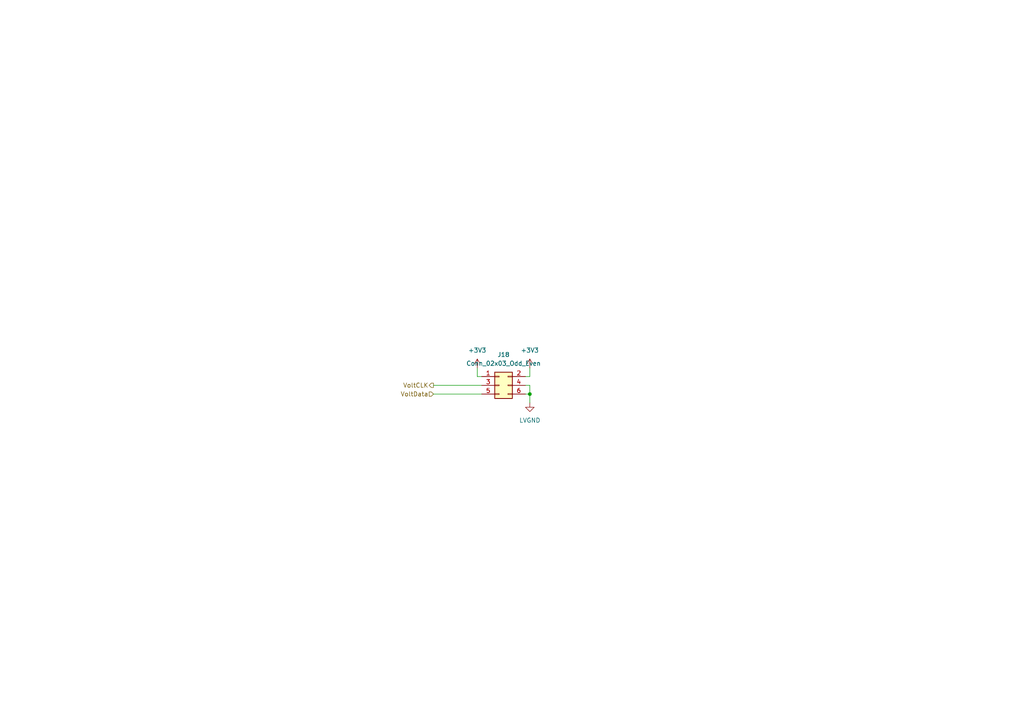
<source format=kicad_sch>
(kicad_sch (version 20250114) (generator "eeschema") (generator_version "9.0")
  (paper "A4")
  (lib_symbols
    (symbol "Connector_Generic:Conn_02x03_Odd_Even" (pin_names (offset 1.016) (hide yes))
      (property "Reference" "J" (at 1.27 5.08 0))
      (property "Value" "Conn_02x03_Odd_Even" (at 1.27 -5.08 0))
      (symbol "Conn_02x03_Odd_Even_1_1"
        (rectangle (start -1.27 3.81) (end 3.81 -3.81) (stroke (width 0.254)) (fill (type background)))
        (rectangle (start -1.27 2.667) (end 0 2.413) (stroke (width 0.1524)))
        (rectangle (start -1.27 0.127) (end 0 -0.127) (stroke (width 0.1524)))
        (rectangle (start -1.27 -2.413) (end 0 -2.667) (stroke (width 0.1524)))
        (rectangle (start 3.81 2.667) (end 2.54 2.413) (stroke (width 0.1524)))
        (rectangle (start 3.81 0.127) (end 2.54 -0.127) (stroke (width 0.1524)))
        (rectangle (start 3.81 -2.413) (end 2.54 -2.667) (stroke (width 0.1524)))
        (pin passive line (at -5.08 2.54 0) (length 3.81) (name "Pin_1") (number "1"))
        (pin passive line (at -5.08 0 0) (length 3.81) (name "Pin_3") (number "3"))
        (pin passive line (at -5.08 -2.54 0) (length 3.81) (name "Pin_5") (number "5"))
        (pin passive line (at 7.62 2.54 180) (length 3.81) (name "Pin_2") (number "2"))
        (pin passive line (at 7.62 0 180) (length 3.81) (name "Pin_4") (number "4"))
        (pin passive line (at 7.62 -2.54 180) (length 3.81) (name "Pin_6") (number "6"))
      )
    )
    (symbol "power:+3V3" (power) (pin_numbers (hide yes)) (pin_names (offset 0) (hide yes))
      (property "Value" "+3V3" (at 0 3.556 0))
      (symbol "+3V3_0_1"
        (polyline (pts (xy -0.762 1.27) (xy 0 2.54)))
        (polyline (pts (xy 0 2.54) (xy 0.762 1.27)))
        (polyline (pts (xy 0 0) (xy 0 2.54)))
      )
      (symbol "+3V3_1_1"
        (pin power_in line (at 0 0 90) (length 0) (name "~") (number "1"))
      )
    )
    (symbol "power:GND" (power) (pin_numbers (hide yes)) (pin_names (offset 0) (hide yes))
      (property "Value" "GND" (at 0 -3.81 0))
      (symbol "GND_0_1"
        (polyline (pts (xy 0 0) (xy 0 -1.27) (xy 1.27 -1.27) (xy 0 -2.54) (xy -1.27 -1.27) (xy 0 -1.27)))
      )
      (symbol "GND_1_1"
        (pin power_in line (at 0 0 270) (length 0) (name "~") (number "1"))
      )
    )
  )
  (junction (at 153.67 114.3))
  (wire (pts (xy 138.43 109.22) (xy 138.43 106.68)))
  (wire (pts (xy 139.7 111.76) (xy 125.73 111.76)))
  (wire (pts (xy 153.67 111.76) (xy 152.4 111.76)))
  (wire (pts (xy 153.67 106.68) (xy 153.67 109.22)))
  (wire (pts (xy 153.67 114.3) (xy 153.67 111.76)))
  (wire (pts (xy 139.7 114.3) (xy 125.73 114.3)))
  (wire (pts (xy 153.67 109.22) (xy 152.4 109.22)))
  (wire (pts (xy 153.67 114.3) (xy 152.4 114.3)))
  (wire (pts (xy 138.43 109.22) (xy 139.7 109.22)))
  (wire (pts (xy 153.67 116.84) (xy 153.67 114.3)))
  (hierarchical_label "VoltCLK" (shape output) (at 125.73 111.76 180))
  (hierarchical_label "VoltData" (shape input) (at 125.73 114.3 180))
  (symbol (lib_id "power:+3V3") (at 138.43 106.68 0) (unit 1)
    (property "Reference" "#PWR0247" (effects (hide yes)))
    (property "Value" "+3V3" (at 138.43 101.6 0))
    (property "Description" "Power symbol creates a global label with name \"+3V3\"" (effects (hide yes)))
  )
  (symbol (lib_id "power:GND") (at 153.67 116.84 0) (mirror y) (unit 1)
    (property "Reference" "#PWR0249" (effects (hide yes)))
    (property "Value" "LVGND" (at 153.67 121.92 0))
    (property "Description" "Power symbol creates a global label with name \"GND\" , ground" (effects (hide yes)))
  )
  (symbol (lib_id "Connector_Generic:Conn_02x03_Odd_Even") (at 144.78 111.76 0) (unit 1)
    (property "Reference" "J18" (at 146.05 102.87 0))
    (property "Value" "Conn_02x03_Odd_Even" (at 146.05 105.41 0))
    (property "Footprint" "Connector_PinHeader_2.54mm:PinHeader_2x03_P2.54mm_Vertical" (effects (hide yes)))
    (property "Description" "Generic connector, double row, 02x03, odd/even pin numbering scheme (row 1 odd numbers, row 2 even numbers), script generated (kicad-library-utils/schlib/autogen/connector/)" (effects (hide yes)))
  )
  (symbol (lib_id "power:+3V3") (at 153.67 106.68 0) (mirror y) (unit 1)
    (property "Reference" "#PWR0248" (effects (hide yes)))
    (property "Value" "+3V3" (at 153.67 101.6 0))
    (property "Description" "Power symbol creates a global label with name \"+3V3\"" (effects (hide yes)))
  )
)
</source>
